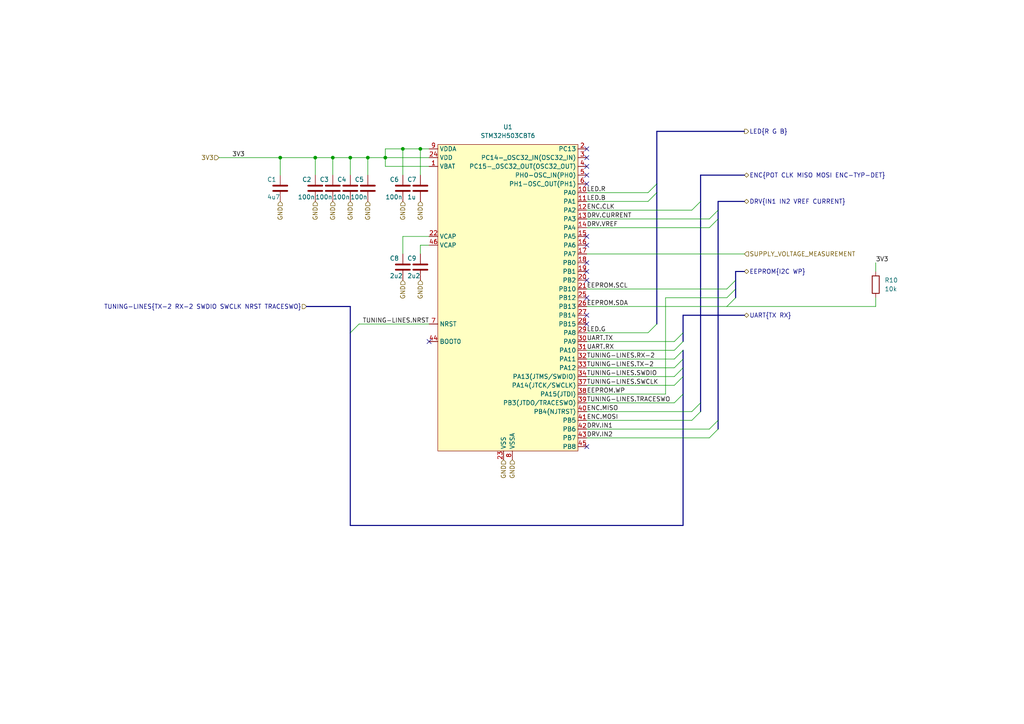
<source format=kicad_sch>
(kicad_sch (version 20231120) (generator "eeschema") (generator_version "8.0")
  (paper "A4")
  (lib_symbols
    (symbol "Device:C" (pin_numbers hide) (pin_names (offset 0.254))
      (property "Reference" "C" (at 0.635 2.54 0))
      (property "Value" "C" (at 0.635 -2.54 0))
      (symbol "C_0_1"
        (polyline (pts (xy -2.032 -0.762) (xy 2.032 -0.762)) (stroke (width 0.508)))
        (polyline (pts (xy -2.032 0.762) (xy 2.032 0.762)) (stroke (width 0.508)))
      )
      (symbol "C_1_1"
        (pin passive line (at 0 3.81 270) (length 2.794) (name "~") (number "1"))
        (pin passive line (at 0 -3.81 90) (length 2.794) (name "~") (number "2"))
      )
    )
    (symbol "Device:R" (pin_numbers hide) (pin_names (offset 0))
      (property "Reference" "R" (at 2.032 0 90))
      (property "Value" "R" (at 0 0 90))
      (symbol "R_0_1"
        (rectangle (start -1.016 -2.54) (end 1.016 2.54) (stroke (width 0.254)))
      )
      (symbol "R_1_1"
        (pin passive line (at 0 3.81 270) (length 1.27) (name "~") (number "1"))
        (pin passive line (at 0 -3.81 90) (length 1.27) (name "~") (number "2"))
      )
    )
    (symbol "RKL-STM:STM32H503CBT6"
      (property "Reference" "U" (at 0 5.08 0))
      (property "Value" "STM32H503CBT6" (at 0 2.54 0))
      (symbol "STM32H503CBT6_0_1"
        (rectangle (start -20.32 1.27) (end 20.32 -87.63) (fill (type background)))
      )
      (symbol "STM32H503CBT6_1_1"
        (pin power_in line (at -22.86 -5.08 0) (length 2.54) (name "VBAT") (number "1"))
        (pin bidirectional line (at 22.86 -12.7 180) (length 2.54) (name "PA0") (number "10"))
        (pin bidirectional line (at 22.86 -15.24 180) (length 2.54) (name "PA1") (number "11"))
        (pin bidirectional line (at 22.86 -17.78 180) (length 2.54) (name "PA2") (number "12"))
        (pin bidirectional line (at 22.86 -20.32 180) (length 2.54) (name "PA3") (number "13"))
        (pin bidirectional line (at 22.86 -22.86 180) (length 2.54) (name "PA4") (number "14"))
        (pin bidirectional line (at 22.86 -25.4 180) (length 2.54) (name "PA5") (number "15"))
        (pin bidirectional line (at 22.86 -27.94 180) (length 2.54) (name "PA6") (number "16"))
        (pin bidirectional line (at 22.86 -30.48 180) (length 2.54) (name "PA7") (number "17"))
        (pin bidirectional line (at 22.86 -33.02 180) (length 2.54) (name "PB0") (number "18"))
        (pin bidirectional line (at 22.86 -35.56 180) (length 2.54) (name "PB1") (number "19"))
        (pin bidirectional line (at 22.86 0 180) (length 2.54) (name "PC13") (number "2"))
        (pin bidirectional line (at 22.86 -38.1 180) (length 2.54) (name "PB2") (number "20"))
        (pin bidirectional line (at 22.86 -40.64 180) (length 2.54) (name "PB10") (number "21"))
        (pin passive line (at -22.86 -25.4 0) (length 2.54) (name "VCAP") (number "22"))
        (pin power_in line (at -1.27 -90.17 90) (length 2.54) (name "VSS") (number "23"))
        (pin power_in line (at -22.86 -2.54 0) (length 2.54) (name "VDD") (number "24"))
        (pin bidirectional line (at 22.86 -43.18 180) (length 2.54) (name "PB12") (number "25"))
        (pin bidirectional line (at 22.86 -45.72 180) (length 2.54) (name "PB13") (number "26"))
        (pin bidirectional line (at 22.86 -48.26 180) (length 2.54) (name "PB14") (number "27"))
        (pin bidirectional line (at 22.86 -50.8 180) (length 2.54) (name "PB15") (number "28"))
        (pin bidirectional line (at 22.86 -53.34 180) (length 2.54) (name "PA8") (number "29"))
        (pin bidirectional line (at 22.86 -2.54 180) (length 2.54) (name "PC14-_OSC32_IN(OSC32_IN)") (number "3"))
        (pin bidirectional line (at 22.86 -55.88 180) (length 2.54) (name "PA9") (number "30"))
        (pin bidirectional line (at 22.86 -58.42 180) (length 2.54) (name "PA10") (number "31"))
        (pin bidirectional line (at 22.86 -60.96 180) (length 2.54) (name "PA11") (number "32"))
        (pin bidirectional line (at 22.86 -63.5 180) (length 2.54) (name "PA12") (number "33"))
        (pin bidirectional line (at 22.86 -66.04 180) (length 2.54) (name "PA13(JTMS/SWDIO)") (number "34"))
        (pin power_in line (at -1.27 -90.17 90) (length 2.54) hide (name "VSS") (number "35"))
        (pin power_in line (at -22.86 -2.54 0) (length 2.54) hide (name "VDD") (number "36"))
        (pin bidirectional line (at 22.86 -68.58 180) (length 2.54) (name "PA14(JTCK/SWCLK)") (number "37"))
        (pin bidirectional line (at 22.86 -71.12 180) (length 2.54) (name "PA15(JTDI)") (number "38"))
        (pin bidirectional line (at 22.86 -73.66 180) (length 2.54) (name "PB3(JTDO/TRACESWO)") (number "39"))
        (pin bidirectional line (at 22.86 -5.08 180) (length 2.54) (name "PC15-_OSC32_OUT(OSC32_OUT)") (number "4"))
        (pin bidirectional line (at 22.86 -76.2 180) (length 2.54) (name "PB4(NJTRST)") (number "40"))
        (pin bidirectional line (at 22.86 -78.74 180) (length 2.54) (name "PB5") (number "41"))
        (pin bidirectional line (at 22.86 -81.28 180) (length 2.54) (name "PB6") (number "42"))
        (pin bidirectional line (at 22.86 -83.82 180) (length 2.54) (name "PB7") (number "43"))
        (pin input line (at -22.86 -55.88 0) (length 2.54) (name "BOOT0") (number "44"))
        (pin bidirectional line (at 22.86 -86.36 180) (length 2.54) (name "PB8") (number "45"))
        (pin passive line (at -22.86 -27.94 0) (length 2.54) (name "VCAP") (number "46"))
        (pin power_in line (at -1.27 -90.17 90) (length 2.54) hide (name "VSS") (number "47"))
        (pin power_in line (at -22.86 -2.54 0) (length 2.54) hide (name "VDD") (number "48"))
        (pin bidirectional line (at 22.86 -7.62 180) (length 2.54) (name "PH0-OSC_IN(PH0)") (number "5"))
        (pin bidirectional line (at 22.86 -10.16 180) (length 2.54) (name "PH1-OSC_OUT(PH1)") (number "6"))
        (pin input line (at -22.86 -50.8 0) (length 2.54) (name "NRST") (number "7"))
        (pin power_in line (at 1.27 -90.17 90) (length 2.54) (name "VSSA") (number "8"))
        (pin power_in line (at -22.86 0 0) (length 2.54) (name "VDDA") (number "9"))
      )
    )
  )
  (bus_alias "I2C" (members "SDA" "SCL"))
  (junction (at 121.92 43.18))
  (junction (at 91.44 45.72))
  (junction (at 116.84 43.18))
  (junction (at 111.76 45.72))
  (junction (at 106.68 45.72))
  (junction (at 81.28 45.72))
  (junction (at 96.52 45.72))
  (junction (at 101.6 45.72))
  (no_connect (at 170.18 50.8))
  (no_connect (at 170.18 53.34))
  (no_connect (at 170.18 91.44))
  (no_connect (at 170.18 129.54))
  (no_connect (at 124.46 99.06))
  (no_connect (at 170.18 48.26))
  (no_connect (at 170.18 81.28))
  (no_connect (at 170.18 43.18))
  (no_connect (at 170.18 76.2))
  (no_connect (at 170.18 68.58))
  (no_connect (at 170.18 78.74))
  (no_connect (at 170.18 71.12))
  (no_connect (at 170.18 45.72))
  (no_connect (at 170.18 93.98))
  (no_connect (at 170.18 86.36))
  (bus_entry (at 213.36 81.28) (size -2.54 2.54))
  (bus_entry (at 203.2 119.38) (size -2.54 2.54))
  (bus_entry (at 190.5 93.98) (size -2.54 2.54))
  (bus_entry (at 198.12 114.3) (size -2.54 2.54))
  (bus_entry (at 213.36 86.36) (size -2.54 2.54))
  (bus_entry (at 198.12 96.52) (size -2.54 2.54))
  (bus_entry (at 190.5 53.34) (size -2.54 2.54))
  (bus_entry (at 195.58 106.68) (size 2.54 -2.54))
  (bus_entry (at 213.36 83.82) (size -2.54 2.54))
  (bus_entry (at 195.58 111.76) (size 2.54 -2.54))
  (bus_entry (at 208.28 121.92) (size -2.54 2.54))
  (bus_entry (at 195.58 104.14) (size 2.54 -2.54))
  (bus_entry (at 203.2 116.84) (size -2.54 2.54))
  (bus_entry (at 190.5 55.88) (size -2.54 2.54))
  (bus_entry (at 205.74 127) (size 2.54 -2.54))
  (bus_entry (at 208.28 60.96) (size -2.54 2.54))
  (bus_entry (at 203.2 58.42) (size -2.54 2.54))
  (bus_entry (at 195.58 109.22) (size 2.54 -2.54))
  (bus_entry (at 208.28 63.5) (size -2.54 2.54))
  (bus_entry (at 198.12 99.06) (size -2.54 2.54))
  (bus_entry (at 101.6 96.52) (size 2.54 -2.54))
  (bus (pts (xy 190.5 38.1) (xy 190.5 53.34)))
  (wire (pts (xy 104.14 93.98) (xy 124.46 93.98)))
  (bus (pts (xy 203.2 50.8) (xy 203.2 58.42)))
  (wire (pts (xy 170.18 119.38) (xy 200.66 119.38)))
  (wire (pts (xy 170.18 104.14) (xy 195.58 104.14)))
  (wire (pts (xy 170.18 109.22) (xy 195.58 109.22)))
  (bus (pts (xy 198.12 99.06) (xy 198.12 96.52)))
  (wire (pts (xy 111.76 45.72) (xy 124.46 45.72)))
  (wire (pts (xy 170.18 88.9) (xy 210.82 88.9)))
  (wire (pts (xy 116.84 50.8) (xy 116.84 43.18)))
  (wire (pts (xy 124.46 48.26) (xy 111.76 48.26)))
  (bus (pts (xy 198.12 101.6) (xy 198.12 104.14)))
  (wire (pts (xy 111.76 45.72) (xy 111.76 43.18)))
  (wire (pts (xy 170.18 73.66) (xy 215.9 73.66)))
  (wire (pts (xy 116.84 68.58) (xy 124.46 68.58)))
  (wire (pts (xy 254 76.2) (xy 254 78.74)))
  (bus (pts (xy 101.6 96.52) (xy 101.6 152.4)))
  (bus (pts (xy 208.28 58.42) (xy 215.9 58.42)))
  (wire (pts (xy 121.92 43.18) (xy 124.46 43.18)))
  (wire (pts (xy 81.28 50.8) (xy 81.28 45.72)))
  (wire (pts (xy 116.84 68.58) (xy 116.84 73.66)))
  (bus (pts (xy 101.6 88.9) (xy 101.6 96.52)))
  (bus (pts (xy 213.36 81.28) (xy 213.36 83.82)))
  (wire (pts (xy 101.6 45.72) (xy 101.6 50.8)))
  (wire (pts (xy 170.18 114.3) (xy 193.04 114.3)))
  (wire (pts (xy 254 86.36) (xy 254 88.9)))
  (wire (pts (xy 106.68 45.72) (xy 106.68 50.8)))
  (bus (pts (xy 198.12 106.68) (xy 198.12 109.22)))
  (wire (pts (xy 96.52 45.72) (xy 101.6 45.72)))
  (bus (pts (xy 208.28 58.42) (xy 208.28 60.96)))
  (bus (pts (xy 190.5 38.1) (xy 215.9 38.1)))
  (bus (pts (xy 203.2 58.42) (xy 203.2 116.84)))
  (wire (pts (xy 63.5 45.72) (xy 81.28 45.72)))
  (bus (pts (xy 198.12 114.3) (xy 198.12 152.4)))
  (bus (pts (xy 208.28 63.5) (xy 208.28 121.92)))
  (bus (pts (xy 190.5 55.88) (xy 190.5 93.98)))
  (wire (pts (xy 170.18 124.46) (xy 205.74 124.46)))
  (wire (pts (xy 170.18 96.52) (xy 187.96 96.52)))
  (wire (pts (xy 193.04 86.36) (xy 210.82 86.36)))
  (wire (pts (xy 106.68 45.72) (xy 111.76 45.72)))
  (wire (pts (xy 170.18 127) (xy 205.74 127)))
  (wire (pts (xy 170.18 106.68) (xy 195.58 106.68)))
  (bus (pts (xy 198.12 91.44) (xy 215.9 91.44)))
  (wire (pts (xy 101.6 45.72) (xy 106.68 45.72)))
  (wire (pts (xy 111.76 43.18) (xy 116.84 43.18)))
  (wire (pts (xy 91.44 45.72) (xy 96.52 45.72)))
  (wire (pts (xy 170.18 55.88) (xy 187.96 55.88)))
  (bus (pts (xy 203.2 50.8) (xy 215.9 50.8)))
  (bus (pts (xy 198.12 96.52) (xy 198.12 91.44)))
  (wire (pts (xy 170.18 58.42) (xy 187.96 58.42)))
  (wire (pts (xy 121.92 43.18) (xy 121.92 50.8)))
  (wire (pts (xy 121.92 73.66) (xy 121.92 71.12)))
  (bus (pts (xy 198.12 152.4) (xy 101.6 152.4)))
  (wire (pts (xy 193.04 114.3) (xy 193.04 86.36)))
  (bus (pts (xy 208.28 63.5) (xy 208.28 60.96)))
  (bus (pts (xy 198.12 104.14) (xy 198.12 106.68)))
  (wire (pts (xy 96.52 45.72) (xy 96.52 50.8)))
  (bus (pts (xy 213.36 81.28) (xy 213.36 78.74)))
  (wire (pts (xy 170.18 121.92) (xy 200.66 121.92)))
  (wire (pts (xy 170.18 111.76) (xy 195.58 111.76)))
  (bus (pts (xy 88.9 88.9) (xy 101.6 88.9)))
  (wire (pts (xy 170.18 116.84) (xy 195.58 116.84)))
  (bus (pts (xy 213.36 78.74) (xy 215.9 78.74)))
  (wire (pts (xy 111.76 48.26) (xy 111.76 45.72)))
  (wire (pts (xy 91.44 45.72) (xy 91.44 50.8)))
  (wire (pts (xy 170.18 60.96) (xy 200.66 60.96)))
  (wire (pts (xy 170.18 66.04) (xy 205.74 66.04)))
  (wire (pts (xy 170.18 83.82) (xy 210.82 83.82)))
  (wire (pts (xy 170.18 99.06) (xy 195.58 99.06)))
  (bus (pts (xy 198.12 109.22) (xy 198.12 114.3)))
  (bus (pts (xy 208.28 121.92) (xy 208.28 124.46)))
  (wire (pts (xy 170.18 63.5) (xy 205.74 63.5)))
  (wire (pts (xy 170.18 101.6) (xy 195.58 101.6)))
  (bus (pts (xy 213.36 86.36) (xy 213.36 83.82)))
  (wire (pts (xy 121.92 71.12) (xy 124.46 71.12)))
  (bus (pts (xy 203.2 116.84) (xy 203.2 119.38)))
  (wire (pts (xy 116.84 43.18) (xy 121.92 43.18)))
  (wire (pts (xy 81.28 45.72) (xy 91.44 45.72)))
  (wire (pts (xy 210.82 88.9) (xy 254 88.9)))
  (bus (pts (xy 190.5 53.34) (xy 190.5 55.88)))
  (label "TUNING-LINES.TRACESWO" (at 170.18 116.84 0))
  (label "DRV.VREF" (at 170.18 66.04 0))
  (label "TUNING-LINES.SWCLK" (at 170.18 111.76 0))
  (label "LED.R" (at 170.18 55.88 0))
  (label "ENC.MOSI" (at 170.18 121.92 0))
  (label "DRV.IN2" (at 170.18 127 0))
  (label "3V3" (at 254 76.2 0))
  (label "DRV.IN1" (at 170.18 124.46 0))
  (label "3V3" (at 67.31 45.72 0))
  (label "EEPROM.SDA" (at 170.18 88.9 0))
  (label "LED.B" (at 170.18 58.42 0))
  (label "EEPROM.SCL" (at 170.18 83.82 0))
  (label "LED.G" (at 170.18 96.52 0))
  (label "UART.RX" (at 170.18 101.6 0))
  (label "TUNING-LINES.RX-2" (at 170.18 104.14 0))
  (label "DRV.CURRENT" (at 170.18 63.5 0))
  (label "ENC.CLK" (at 170.18 60.96 0))
  (label "ENC.MISO" (at 170.18 119.38 0))
  (label "TUNING-LINES.NRST" (at 124.46 93.98 180))
  (label "UART.TX" (at 170.18 99.06 0))
  (label "EEPROM.WP" (at 170.18 114.3 0))
  (label "TUNING-LINES.TX-2" (at 170.18 106.68 0))
  (label "TUNING-LINES.SWDIO" (at 170.18 109.22 0))
  (hierarchical_label "GND" (shape input) (at 96.52 58.42 270))
  (hierarchical_label "GND" (shape input) (at 116.84 81.28 270))
  (hierarchical_label "GND" (shape input) (at 121.92 81.28 270))
  (hierarchical_label "TUNING-LINES{TX-2 RX-2 SWDIO SWCLK NRST TRACESWO}" (shape input) (at 88.9 88.9 180))
  (hierarchical_label "DRV{IN1 IN2 VREF CURRENT}" (shape bidirectional) (at 215.9 58.42 0))
  (hierarchical_label "GND" (shape input) (at 106.68 58.42 270))
  (hierarchical_label "3V3" (shape input) (at 63.5 45.72 180))
  (hierarchical_label "UART{TX RX}" (shape bidirectional) (at 215.9 91.44 0))
  (hierarchical_label "EEPROM{I2C WP}" (shape bidirectional) (at 215.9 78.74 0))
  (hierarchical_label "GND" (shape input) (at 101.6 58.42 270))
  (hierarchical_label "GND" (shape input) (at 148.59 133.35 270))
  (hierarchical_label "GND" (shape input) (at 91.44 58.42 270))
  (hierarchical_label "GND" (shape input) (at 121.92 58.42 270))
  (hierarchical_label "SUPPLY_VOLTAGE_MEASUREMENT" (shape input) (at 215.9 73.66 0))
  (hierarchical_label "GND" (shape input) (at 146.05 133.35 270))
  (hierarchical_label "LED{R G B}" (shape output) (at 215.9 38.1 0))
  (hierarchical_label "GND" (shape input) (at 116.84 58.42 270))
  (hierarchical_label "ENC{POT CLK MISO MOSI ENC-TYP-DET}" (shape bidirectional) (at 215.9 50.8 0))
  (hierarchical_label "GND" (shape input) (at 81.28 58.42 270))
  (symbol (lib_id "Device:C") (at 101.6 54.61 0) (unit 1)
    (property "Reference" "C4" (at 97.79 52.07 0) (effects (justify left)))
    (property "Value" "100n" (at 96.52 57.15 0) (effects (justify left)))
    (property "Footprint" "Capacitor_SMD:C_0201_0603Metric" (effects (hide yes)))
    (property "LCSC" "C76934" (effects (hide yes)))
    (property "note" "10V, X5R" (effects (hide yes)))
  )
  (symbol (lib_id "Device:C") (at 121.92 77.47 0) (unit 1)
    (property "Reference" "C9" (at 118.11 74.93 0) (effects (justify left)))
    (property "Value" "2u2" (at 118.11 80.01 0) (effects (justify left)))
    (property "Footprint" "Capacitor_SMD:C_0402_1005Metric" (effects (hide yes)))
    (property "LCSC" "C237392" (effects (hide yes)))
    (property "note" "35V, X5R" (effects (hide yes)))
  )
  (symbol (lib_id "Device:C") (at 106.68 54.61 0) (unit 1)
    (property "Reference" "C5" (at 102.87 52.07 0) (effects (justify left)))
    (property "Value" "100n" (at 101.6 57.15 0) (effects (justify left)))
    (property "Footprint" "Capacitor_SMD:C_0201_0603Metric" (effects (hide yes)))
    (property "LCSC" "C76934" (effects (hide yes)))
    (property "note" "10V, X5R" (effects (hide yes)))
  )
  (symbol (lib_id "Device:C") (at 96.52 54.61 0) (unit 1)
    (property "Reference" "C3" (at 92.71 52.07 0) (effects (justify left)))
    (property "Value" "100n" (at 91.44 57.15 0) (effects (justify left)))
    (property "Footprint" "Capacitor_SMD:C_0201_0603Metric" (effects (hide yes)))
    (property "LCSC" "C76934" (effects (hide yes)))
    (property "note" "10V, X5R" (effects (hide yes)))
  )
  (symbol (lib_id "Device:C") (at 121.92 54.61 0) (unit 1)
    (property "Reference" "C7" (at 118.11 52.07 0) (effects (justify left)))
    (property "Value" "1u" (at 118.11 57.15 0) (effects (justify left)))
    (property "Footprint" "Capacitor_SMD:C_0402_1005Metric" (effects (hide yes)))
    (property "LCSC" "C52923" (effects (hide yes)))
    (property "note" "25V, X5R" (effects (hide yes)))
  )
  (symbol (lib_id "RKL-STM:STM32H503CBT6") (at 147.32 43.18 0) (unit 1)
    (property "Reference" "U1" (at 147.32 36.83 0))
    (property "Value" "STM32H503CBT6" (at 147.32 39.37 0))
    (property "Footprint" "Package_QFP:LQFP-48_7x7mm_P0.5mm" (effects (hide yes)))
    (property "Datasheet" "https://cz.mouser.com/datasheet/2/389/stm32h503eb-3106984.pdf" (effects (hide yes)))
  )
  (symbol (lib_id "Device:C") (at 116.84 77.47 0) (unit 1)
    (property "Reference" "C8" (at 113.03 74.93 0) (effects (justify left)))
    (property "Value" "2u2" (at 113.03 80.01 0) (effects (justify left)))
    (property "Footprint" "Capacitor_SMD:C_0402_1005Metric" (effects (hide yes)))
    (property "LCSC" "C237392" (effects (hide yes)))
    (property "note" "35V, X5R" (effects (hide yes)))
  )
  (symbol (lib_id "Device:C") (at 116.84 54.61 0) (unit 1)
    (property "Reference" "C6" (at 113.03 52.07 0) (effects (justify left)))
    (property "Value" "100n" (at 111.76 57.15 0) (effects (justify left)))
    (property "Footprint" "Capacitor_SMD:C_0201_0603Metric" (effects (hide yes)))
    (property "LCSC" "C76934" (effects (hide yes)))
    (property "note" "10V, X5R" (effects (hide yes)))
  )
  (symbol (lib_id "Device:C") (at 81.28 54.61 0) (unit 1)
    (property "Reference" "C1" (at 77.47 52.07 0) (effects (justify left)))
    (property "Value" "4u7" (at 77.47 57.15 0) (effects (justify left)))
    (property "Footprint" "Capacitor_SMD:C_0402_1005Metric" (effects (hide yes)))
    (property "LCSC" "C23733" (effects (hide yes)))
  )
  (symbol (lib_id "Device:R") (at 254 82.55 180) (unit 1)
    (property "Reference" "R10" (at 256.54 81.28 0) (effects (justify right)))
    (property "Value" "10k" (at 256.54 83.82 0) (effects (justify right)))
    (property "Footprint" "Resistor_SMD:R_0201_0603Metric" (effects (hide yes)))
    (property "LCSC" "C473048" (effects (hide yes)))
  )
  (symbol (lib_id "Device:C") (at 91.44 54.61 0) (unit 1)
    (property "Reference" "C2" (at 87.63 52.07 0) (effects (justify left)))
    (property "Value" "100n" (at 86.36 57.15 0) (effects (justify left)))
    (property "Footprint" "Capacitor_SMD:C_0201_0603Metric" (effects (hide yes)))
    (property "LCSC" "C76934" (effects (hide yes)))
    (property "note" "10V, X5R" (effects (hide yes)))
  )
)
</source>
